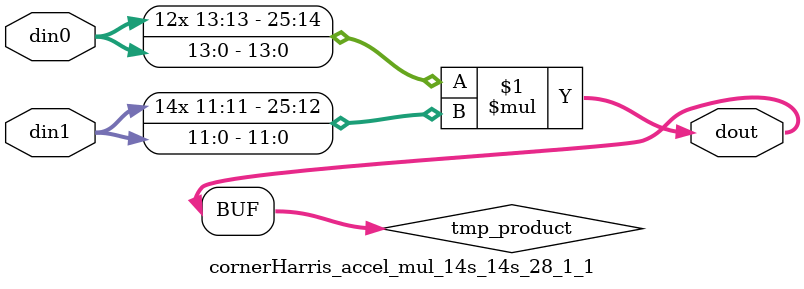
<source format=v>

`timescale 1 ns / 1 ps

  module cornerHarris_accel_mul_14s_14s_28_1_1(din0, din1, dout);
parameter ID = 1;
parameter NUM_STAGE = 0;
parameter din0_WIDTH = 14;
parameter din1_WIDTH = 12;
parameter dout_WIDTH = 26;

input [din0_WIDTH - 1 : 0] din0; 
input [din1_WIDTH - 1 : 0] din1; 
output [dout_WIDTH - 1 : 0] dout;

wire signed [dout_WIDTH - 1 : 0] tmp_product;













assign tmp_product = $signed(din0) * $signed(din1);








assign dout = tmp_product;







endmodule

</source>
